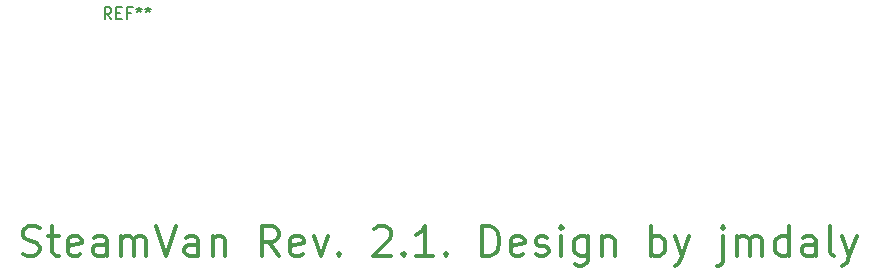
<source format=gto>
G04 #@! TF.GenerationSoftware,KiCad,Pcbnew,5.1.5-52549c5~84~ubuntu16.04.1*
G04 #@! TF.CreationDate,2020-05-05T20:45:57-04:00*
G04 #@! TF.ProjectId,steamvan,73746561-6d76-4616-9e2e-6b696361645f,rev?*
G04 #@! TF.SameCoordinates,PX43ec160PY7dabae0*
G04 #@! TF.FileFunction,Legend,Top*
G04 #@! TF.FilePolarity,Positive*
%FSLAX46Y46*%
G04 Gerber Fmt 4.6, Leading zero omitted, Abs format (unit mm)*
G04 Created by KiCad (PCBNEW 5.1.5-52549c5~84~ubuntu16.04.1) date 2020-05-05 20:45:57*
%MOMM*%
%LPD*%
G04 APERTURE LIST*
%ADD10C,0.300000*%
%ADD11C,0.150000*%
G04 APERTURE END LIST*
D10*
X22775504Y36275296D02*
X23132647Y36156248D01*
X23727885Y36156248D01*
X23965980Y36275296D01*
X24085028Y36394343D01*
X24204076Y36632439D01*
X24204076Y36870534D01*
X24085028Y37108629D01*
X23965980Y37227677D01*
X23727885Y37346724D01*
X23251695Y37465772D01*
X23013600Y37584820D01*
X22894552Y37703867D01*
X22775504Y37941962D01*
X22775504Y38180058D01*
X22894552Y38418153D01*
X23013600Y38537200D01*
X23251695Y38656248D01*
X23846933Y38656248D01*
X24204076Y38537200D01*
X24918361Y37822915D02*
X25870742Y37822915D01*
X25275504Y38656248D02*
X25275504Y36513391D01*
X25394552Y36275296D01*
X25632647Y36156248D01*
X25870742Y36156248D01*
X27656457Y36275296D02*
X27418361Y36156248D01*
X26942171Y36156248D01*
X26704076Y36275296D01*
X26585028Y36513391D01*
X26585028Y37465772D01*
X26704076Y37703867D01*
X26942171Y37822915D01*
X27418361Y37822915D01*
X27656457Y37703867D01*
X27775504Y37465772D01*
X27775504Y37227677D01*
X26585028Y36989581D01*
X29918361Y36156248D02*
X29918361Y37465772D01*
X29799314Y37703867D01*
X29561219Y37822915D01*
X29085028Y37822915D01*
X28846933Y37703867D01*
X29918361Y36275296D02*
X29680266Y36156248D01*
X29085028Y36156248D01*
X28846933Y36275296D01*
X28727885Y36513391D01*
X28727885Y36751486D01*
X28846933Y36989581D01*
X29085028Y37108629D01*
X29680266Y37108629D01*
X29918361Y37227677D01*
X31108838Y36156248D02*
X31108838Y37822915D01*
X31108838Y37584820D02*
X31227885Y37703867D01*
X31465980Y37822915D01*
X31823123Y37822915D01*
X32061219Y37703867D01*
X32180266Y37465772D01*
X32180266Y36156248D01*
X32180266Y37465772D02*
X32299314Y37703867D01*
X32537409Y37822915D01*
X32894552Y37822915D01*
X33132647Y37703867D01*
X33251695Y37465772D01*
X33251695Y36156248D01*
X34085028Y38656248D02*
X34918361Y36156248D01*
X35751695Y38656248D01*
X37656457Y36156248D02*
X37656457Y37465772D01*
X37537409Y37703867D01*
X37299314Y37822915D01*
X36823123Y37822915D01*
X36585028Y37703867D01*
X37656457Y36275296D02*
X37418361Y36156248D01*
X36823123Y36156248D01*
X36585028Y36275296D01*
X36465980Y36513391D01*
X36465980Y36751486D01*
X36585028Y36989581D01*
X36823123Y37108629D01*
X37418361Y37108629D01*
X37656457Y37227677D01*
X38846933Y37822915D02*
X38846933Y36156248D01*
X38846933Y37584820D02*
X38965980Y37703867D01*
X39204076Y37822915D01*
X39561219Y37822915D01*
X39799314Y37703867D01*
X39918361Y37465772D01*
X39918361Y36156248D01*
X44442171Y36156248D02*
X43608838Y37346724D01*
X43013599Y36156248D02*
X43013599Y38656248D01*
X43965980Y38656248D01*
X44204076Y38537200D01*
X44323123Y38418153D01*
X44442171Y38180058D01*
X44442171Y37822915D01*
X44323123Y37584820D01*
X44204076Y37465772D01*
X43965980Y37346724D01*
X43013599Y37346724D01*
X46465980Y36275296D02*
X46227885Y36156248D01*
X45751695Y36156248D01*
X45513600Y36275296D01*
X45394552Y36513391D01*
X45394552Y37465772D01*
X45513600Y37703867D01*
X45751695Y37822915D01*
X46227885Y37822915D01*
X46465980Y37703867D01*
X46585028Y37465772D01*
X46585028Y37227677D01*
X45394552Y36989581D01*
X47418361Y37822915D02*
X48013599Y36156248D01*
X48608838Y37822915D01*
X49561219Y36394343D02*
X49680266Y36275296D01*
X49561219Y36156248D01*
X49442171Y36275296D01*
X49561219Y36394343D01*
X49561219Y36156248D01*
X52537409Y38418153D02*
X52656457Y38537200D01*
X52894552Y38656248D01*
X53489790Y38656248D01*
X53727885Y38537200D01*
X53846933Y38418153D01*
X53965980Y38180058D01*
X53965980Y37941962D01*
X53846933Y37584820D01*
X52418361Y36156248D01*
X53965980Y36156248D01*
X55037409Y36394343D02*
X55156457Y36275296D01*
X55037409Y36156248D01*
X54918361Y36275296D01*
X55037409Y36394343D01*
X55037409Y36156248D01*
X57537409Y36156248D02*
X56108838Y36156248D01*
X56823123Y36156248D02*
X56823123Y38656248D01*
X56585028Y38299105D01*
X56346933Y38061010D01*
X56108838Y37941962D01*
X58608838Y36394343D02*
X58727885Y36275296D01*
X58608838Y36156248D01*
X58489790Y36275296D01*
X58608838Y36394343D01*
X58608838Y36156248D01*
X61704076Y36156248D02*
X61704076Y38656248D01*
X62299314Y38656248D01*
X62656457Y38537200D01*
X62894552Y38299105D01*
X63013600Y38061010D01*
X63132647Y37584820D01*
X63132647Y37227677D01*
X63013600Y36751486D01*
X62894552Y36513391D01*
X62656457Y36275296D01*
X62299314Y36156248D01*
X61704076Y36156248D01*
X65156457Y36275296D02*
X64918361Y36156248D01*
X64442171Y36156248D01*
X64204076Y36275296D01*
X64085028Y36513391D01*
X64085028Y37465772D01*
X64204076Y37703867D01*
X64442171Y37822915D01*
X64918361Y37822915D01*
X65156457Y37703867D01*
X65275504Y37465772D01*
X65275504Y37227677D01*
X64085028Y36989581D01*
X66227885Y36275296D02*
X66465980Y36156248D01*
X66942171Y36156248D01*
X67180266Y36275296D01*
X67299314Y36513391D01*
X67299314Y36632439D01*
X67180266Y36870534D01*
X66942171Y36989581D01*
X66585028Y36989581D01*
X66346933Y37108629D01*
X66227885Y37346724D01*
X66227885Y37465772D01*
X66346933Y37703867D01*
X66585028Y37822915D01*
X66942171Y37822915D01*
X67180266Y37703867D01*
X68370742Y36156248D02*
X68370742Y37822915D01*
X68370742Y38656248D02*
X68251695Y38537200D01*
X68370742Y38418153D01*
X68489790Y38537200D01*
X68370742Y38656248D01*
X68370742Y38418153D01*
X70632647Y37822915D02*
X70632647Y35799105D01*
X70513600Y35561010D01*
X70394552Y35441962D01*
X70156457Y35322915D01*
X69799314Y35322915D01*
X69561219Y35441962D01*
X70632647Y36275296D02*
X70394552Y36156248D01*
X69918361Y36156248D01*
X69680266Y36275296D01*
X69561219Y36394343D01*
X69442171Y36632439D01*
X69442171Y37346724D01*
X69561219Y37584820D01*
X69680266Y37703867D01*
X69918361Y37822915D01*
X70394552Y37822915D01*
X70632647Y37703867D01*
X71823123Y37822915D02*
X71823123Y36156248D01*
X71823123Y37584820D02*
X71942171Y37703867D01*
X72180266Y37822915D01*
X72537409Y37822915D01*
X72775504Y37703867D01*
X72894552Y37465772D01*
X72894552Y36156248D01*
X75989790Y36156248D02*
X75989790Y38656248D01*
X75989790Y37703867D02*
X76227885Y37822915D01*
X76704076Y37822915D01*
X76942171Y37703867D01*
X77061219Y37584820D01*
X77180266Y37346724D01*
X77180266Y36632439D01*
X77061219Y36394343D01*
X76942171Y36275296D01*
X76704076Y36156248D01*
X76227885Y36156248D01*
X75989790Y36275296D01*
X78013600Y37822915D02*
X78608838Y36156248D01*
X79204076Y37822915D02*
X78608838Y36156248D01*
X78370742Y35561010D01*
X78251695Y35441962D01*
X78013600Y35322915D01*
X82061219Y37822915D02*
X82061219Y35680058D01*
X81942171Y35441962D01*
X81704076Y35322915D01*
X81585028Y35322915D01*
X82061219Y38656248D02*
X81942171Y38537200D01*
X82061219Y38418153D01*
X82180266Y38537200D01*
X82061219Y38656248D01*
X82061219Y38418153D01*
X83251695Y36156248D02*
X83251695Y37822915D01*
X83251695Y37584820D02*
X83370742Y37703867D01*
X83608838Y37822915D01*
X83965980Y37822915D01*
X84204076Y37703867D01*
X84323123Y37465772D01*
X84323123Y36156248D01*
X84323123Y37465772D02*
X84442171Y37703867D01*
X84680266Y37822915D01*
X85037409Y37822915D01*
X85275504Y37703867D01*
X85394552Y37465772D01*
X85394552Y36156248D01*
X87656457Y36156248D02*
X87656457Y38656248D01*
X87656457Y36275296D02*
X87418361Y36156248D01*
X86942171Y36156248D01*
X86704076Y36275296D01*
X86585028Y36394343D01*
X86465980Y36632439D01*
X86465980Y37346724D01*
X86585028Y37584820D01*
X86704076Y37703867D01*
X86942171Y37822915D01*
X87418361Y37822915D01*
X87656457Y37703867D01*
X89918361Y36156248D02*
X89918361Y37465772D01*
X89799314Y37703867D01*
X89561219Y37822915D01*
X89085028Y37822915D01*
X88846933Y37703867D01*
X89918361Y36275296D02*
X89680266Y36156248D01*
X89085028Y36156248D01*
X88846933Y36275296D01*
X88727885Y36513391D01*
X88727885Y36751486D01*
X88846933Y36989581D01*
X89085028Y37108629D01*
X89680266Y37108629D01*
X89918361Y37227677D01*
X91465980Y36156248D02*
X91227885Y36275296D01*
X91108838Y36513391D01*
X91108838Y38656248D01*
X92180266Y37822915D02*
X92775504Y36156248D01*
X93370742Y37822915D02*
X92775504Y36156248D01*
X92537409Y35561010D01*
X92418361Y35441962D01*
X92180266Y35322915D01*
D11*
X30285066Y56192820D02*
X29951733Y56669010D01*
X29713638Y56192820D02*
X29713638Y57192820D01*
X30094590Y57192820D01*
X30189828Y57145200D01*
X30237447Y57097581D01*
X30285066Y57002343D01*
X30285066Y56859486D01*
X30237447Y56764248D01*
X30189828Y56716629D01*
X30094590Y56669010D01*
X29713638Y56669010D01*
X30713638Y56716629D02*
X31046971Y56716629D01*
X31189828Y56192820D02*
X30713638Y56192820D01*
X30713638Y57192820D01*
X31189828Y57192820D01*
X31951733Y56716629D02*
X31618400Y56716629D01*
X31618400Y56192820D02*
X31618400Y57192820D01*
X32094590Y57192820D01*
X32618400Y57192820D02*
X32618400Y56954724D01*
X32380304Y57049962D02*
X32618400Y56954724D01*
X32856495Y57049962D01*
X32475542Y56764248D02*
X32618400Y56954724D01*
X32761257Y56764248D01*
X33380304Y57192820D02*
X33380304Y56954724D01*
X33142209Y57049962D02*
X33380304Y56954724D01*
X33618400Y57049962D01*
X33237447Y56764248D02*
X33380304Y56954724D01*
X33523161Y56764248D01*
M02*

</source>
